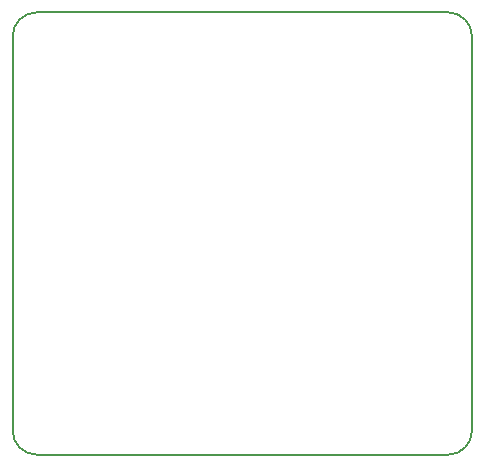
<source format=gm1>
G04 #@! TF.GenerationSoftware,KiCad,Pcbnew,(5.1.2-1)-1*
G04 #@! TF.CreationDate,2019-08-23T13:21:54-04:00*
G04 #@! TF.ProjectId,PCB_V1.2,5043425f-5631-42e3-922e-6b696361645f,rev?*
G04 #@! TF.SameCoordinates,Original*
G04 #@! TF.FileFunction,Profile,NP*
%FSLAX46Y46*%
G04 Gerber Fmt 4.6, Leading zero omitted, Abs format (unit mm)*
G04 Created by KiCad (PCBNEW (5.1.2-1)-1) date 2019-08-23 13:21:54*
%MOMM*%
%LPD*%
G04 APERTURE LIST*
%ADD10C,0.200000*%
G04 APERTURE END LIST*
D10*
X159345046Y-137530231D02*
G75*
G02X157320461Y-135505646I0J2024585D01*
G01*
X194175000Y-100075415D02*
X159345046Y-100075415D01*
X159345046Y-137530231D02*
X194175000Y-137530231D01*
X157320461Y-102100000D02*
X157320461Y-135505646D01*
X196199584Y-135505646D02*
X196199584Y-102100000D01*
X196199585Y-135505646D02*
G75*
G02X194175000Y-137530231I-2024585J0D01*
G01*
X157320461Y-102100000D02*
G75*
G02X159345046Y-100075415I2024585J0D01*
G01*
X194175000Y-100075416D02*
G75*
G02X196199584Y-102100000I0J-2024584D01*
G01*
M02*

</source>
